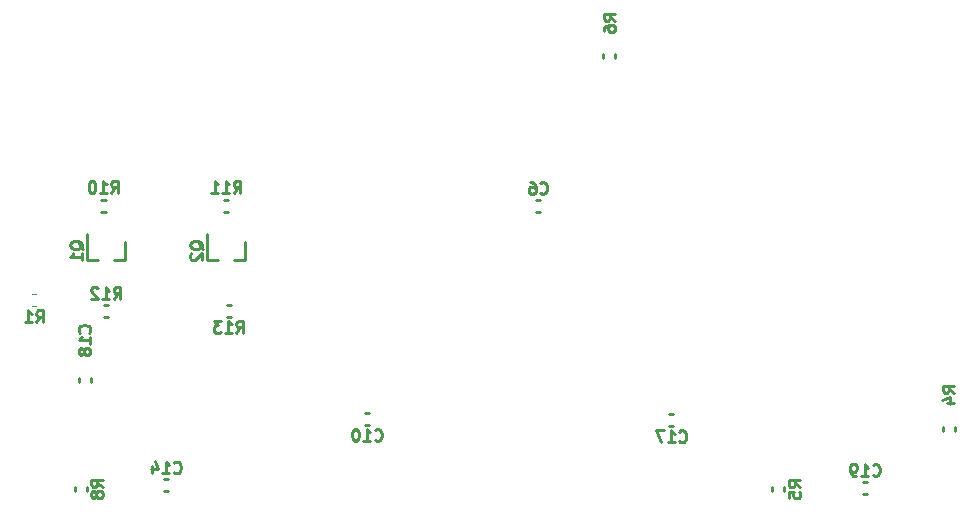
<source format=gbr>
G04 #@! TF.GenerationSoftware,KiCad,Pcbnew,(5.1.5)-3*
G04 #@! TF.CreationDate,2021-01-23T10:44:03+01:00*
G04 #@! TF.ProjectId,PONG_Display,504f4e47-5f44-4697-9370-6c61792e6b69,rev?*
G04 #@! TF.SameCoordinates,Original*
G04 #@! TF.FileFunction,Legend,Bot*
G04 #@! TF.FilePolarity,Positive*
%FSLAX46Y46*%
G04 Gerber Fmt 4.6, Leading zero omitted, Abs format (unit mm)*
G04 Created by KiCad (PCBNEW (5.1.5)-3) date 2021-01-23 10:44:03*
%MOMM*%
%LPD*%
G04 APERTURE LIST*
%ADD10C,0.220000*%
%ADD11C,0.120000*%
%ADD12C,0.250000*%
G04 APERTURE END LIST*
D10*
X35388733Y-47750000D02*
X35731267Y-47750000D01*
X35388733Y-48770000D02*
X35731267Y-48770000D01*
X26980000Y-52830000D02*
X26980000Y-51370000D01*
X23820000Y-52830000D02*
X23820000Y-50670000D01*
X23820000Y-52830000D02*
X24750000Y-52830000D01*
X26980000Y-52830000D02*
X26050000Y-52830000D01*
X37140000Y-52830000D02*
X36210000Y-52830000D01*
X33980000Y-52830000D02*
X34910000Y-52830000D01*
X33980000Y-52830000D02*
X33980000Y-50670000D01*
X37140000Y-52830000D02*
X37140000Y-51370000D01*
X62147267Y-48770000D02*
X61804733Y-48770000D01*
X62147267Y-47750000D02*
X61804733Y-47750000D01*
X47326733Y-65784000D02*
X47669267Y-65784000D01*
X47326733Y-66804000D02*
X47669267Y-66804000D01*
X30308733Y-71372000D02*
X30651267Y-71372000D01*
X30308733Y-72392000D02*
X30651267Y-72392000D01*
X73093733Y-66931000D02*
X73436267Y-66931000D01*
X73093733Y-65911000D02*
X73436267Y-65911000D01*
X23112000Y-63163267D02*
X23112000Y-62820733D01*
X24132000Y-63163267D02*
X24132000Y-62820733D01*
X89819267Y-71626000D02*
X89476733Y-71626000D01*
X89819267Y-72646000D02*
X89476733Y-72646000D01*
X97284000Y-67011733D02*
X97284000Y-67354267D01*
X96264000Y-67011733D02*
X96264000Y-67354267D01*
X82806000Y-72434267D02*
X82806000Y-72091733D01*
X81786000Y-72434267D02*
X81786000Y-72091733D01*
X68455000Y-35388733D02*
X68455000Y-35731267D01*
X67435000Y-35388733D02*
X67435000Y-35731267D01*
X23751000Y-72403267D02*
X23751000Y-72060733D01*
X22731000Y-72403267D02*
X22731000Y-72060733D01*
X25011233Y-48770000D02*
X25353767Y-48770000D01*
X25011233Y-47750000D02*
X25353767Y-47750000D01*
X25571267Y-56640000D02*
X25228733Y-56640000D01*
X25571267Y-57660000D02*
X25228733Y-57660000D01*
X35606233Y-57660000D02*
X35948767Y-57660000D01*
X35606233Y-56640000D02*
X35948767Y-56640000D01*
D11*
X19132733Y-56771000D02*
X19475267Y-56771000D01*
X19132733Y-55751000D02*
X19475267Y-55751000D01*
D12*
X36202857Y-47188380D02*
X36536190Y-46712190D01*
X36774285Y-47188380D02*
X36774285Y-46188380D01*
X36393333Y-46188380D01*
X36298095Y-46236000D01*
X36250476Y-46283619D01*
X36202857Y-46378857D01*
X36202857Y-46521714D01*
X36250476Y-46616952D01*
X36298095Y-46664571D01*
X36393333Y-46712190D01*
X36774285Y-46712190D01*
X35250476Y-47188380D02*
X35821904Y-47188380D01*
X35536190Y-47188380D02*
X35536190Y-46188380D01*
X35631428Y-46331238D01*
X35726666Y-46426476D01*
X35821904Y-46474095D01*
X34298095Y-47188380D02*
X34869523Y-47188380D01*
X34583809Y-47188380D02*
X34583809Y-46188380D01*
X34679047Y-46331238D01*
X34774285Y-46426476D01*
X34869523Y-46474095D01*
X23447619Y-51974761D02*
X23400000Y-51879523D01*
X23304761Y-51784285D01*
X23161904Y-51641428D01*
X23114285Y-51546190D01*
X23114285Y-51450952D01*
X23352380Y-51498571D02*
X23304761Y-51403333D01*
X23209523Y-51308095D01*
X23019047Y-51260476D01*
X22685714Y-51260476D01*
X22495238Y-51308095D01*
X22400000Y-51403333D01*
X22352380Y-51498571D01*
X22352380Y-51689047D01*
X22400000Y-51784285D01*
X22495238Y-51879523D01*
X22685714Y-51927142D01*
X23019047Y-51927142D01*
X23209523Y-51879523D01*
X23304761Y-51784285D01*
X23352380Y-51689047D01*
X23352380Y-51498571D01*
X23352380Y-52879523D02*
X23352380Y-52308095D01*
X23352380Y-52593809D02*
X22352380Y-52593809D01*
X22495238Y-52498571D01*
X22590476Y-52403333D01*
X22638095Y-52308095D01*
X33607619Y-51974761D02*
X33560000Y-51879523D01*
X33464761Y-51784285D01*
X33321904Y-51641428D01*
X33274285Y-51546190D01*
X33274285Y-51450952D01*
X33512380Y-51498571D02*
X33464761Y-51403333D01*
X33369523Y-51308095D01*
X33179047Y-51260476D01*
X32845714Y-51260476D01*
X32655238Y-51308095D01*
X32560000Y-51403333D01*
X32512380Y-51498571D01*
X32512380Y-51689047D01*
X32560000Y-51784285D01*
X32655238Y-51879523D01*
X32845714Y-51927142D01*
X33179047Y-51927142D01*
X33369523Y-51879523D01*
X33464761Y-51784285D01*
X33512380Y-51689047D01*
X33512380Y-51498571D01*
X32607619Y-52308095D02*
X32560000Y-52355714D01*
X32512380Y-52450952D01*
X32512380Y-52689047D01*
X32560000Y-52784285D01*
X32607619Y-52831904D01*
X32702857Y-52879523D01*
X32798095Y-52879523D01*
X32940952Y-52831904D01*
X33512380Y-52260476D01*
X33512380Y-52879523D01*
X62142666Y-47187142D02*
X62190285Y-47234761D01*
X62333142Y-47282380D01*
X62428380Y-47282380D01*
X62571238Y-47234761D01*
X62666476Y-47139523D01*
X62714095Y-47044285D01*
X62761714Y-46853809D01*
X62761714Y-46710952D01*
X62714095Y-46520476D01*
X62666476Y-46425238D01*
X62571238Y-46330000D01*
X62428380Y-46282380D01*
X62333142Y-46282380D01*
X62190285Y-46330000D01*
X62142666Y-46377619D01*
X61285523Y-46282380D02*
X61476000Y-46282380D01*
X61571238Y-46330000D01*
X61618857Y-46377619D01*
X61714095Y-46520476D01*
X61761714Y-46710952D01*
X61761714Y-47091904D01*
X61714095Y-47187142D01*
X61666476Y-47234761D01*
X61571238Y-47282380D01*
X61380761Y-47282380D01*
X61285523Y-47234761D01*
X61237904Y-47187142D01*
X61190285Y-47091904D01*
X61190285Y-46853809D01*
X61237904Y-46758571D01*
X61285523Y-46710952D01*
X61380761Y-46663333D01*
X61571238Y-46663333D01*
X61666476Y-46710952D01*
X61714095Y-46758571D01*
X61761714Y-46853809D01*
X48140857Y-68081142D02*
X48188476Y-68128761D01*
X48331333Y-68176380D01*
X48426571Y-68176380D01*
X48569428Y-68128761D01*
X48664666Y-68033523D01*
X48712285Y-67938285D01*
X48759904Y-67747809D01*
X48759904Y-67604952D01*
X48712285Y-67414476D01*
X48664666Y-67319238D01*
X48569428Y-67224000D01*
X48426571Y-67176380D01*
X48331333Y-67176380D01*
X48188476Y-67224000D01*
X48140857Y-67271619D01*
X47188476Y-68176380D02*
X47759904Y-68176380D01*
X47474190Y-68176380D02*
X47474190Y-67176380D01*
X47569428Y-67319238D01*
X47664666Y-67414476D01*
X47759904Y-67462095D01*
X46569428Y-67176380D02*
X46474190Y-67176380D01*
X46378952Y-67224000D01*
X46331333Y-67271619D01*
X46283714Y-67366857D01*
X46236095Y-67557333D01*
X46236095Y-67795428D01*
X46283714Y-67985904D01*
X46331333Y-68081142D01*
X46378952Y-68128761D01*
X46474190Y-68176380D01*
X46569428Y-68176380D01*
X46664666Y-68128761D01*
X46712285Y-68081142D01*
X46759904Y-67985904D01*
X46807523Y-67795428D01*
X46807523Y-67557333D01*
X46759904Y-67366857D01*
X46712285Y-67271619D01*
X46664666Y-67224000D01*
X46569428Y-67176380D01*
X31122857Y-70842142D02*
X31170476Y-70889761D01*
X31313333Y-70937380D01*
X31408571Y-70937380D01*
X31551428Y-70889761D01*
X31646666Y-70794523D01*
X31694285Y-70699285D01*
X31741904Y-70508809D01*
X31741904Y-70365952D01*
X31694285Y-70175476D01*
X31646666Y-70080238D01*
X31551428Y-69985000D01*
X31408571Y-69937380D01*
X31313333Y-69937380D01*
X31170476Y-69985000D01*
X31122857Y-70032619D01*
X30170476Y-70937380D02*
X30741904Y-70937380D01*
X30456190Y-70937380D02*
X30456190Y-69937380D01*
X30551428Y-70080238D01*
X30646666Y-70175476D01*
X30741904Y-70223095D01*
X29313333Y-70270714D02*
X29313333Y-70937380D01*
X29551428Y-69889761D02*
X29789523Y-70604047D01*
X29170476Y-70604047D01*
X73907857Y-68208142D02*
X73955476Y-68255761D01*
X74098333Y-68303380D01*
X74193571Y-68303380D01*
X74336428Y-68255761D01*
X74431666Y-68160523D01*
X74479285Y-68065285D01*
X74526904Y-67874809D01*
X74526904Y-67731952D01*
X74479285Y-67541476D01*
X74431666Y-67446238D01*
X74336428Y-67351000D01*
X74193571Y-67303380D01*
X74098333Y-67303380D01*
X73955476Y-67351000D01*
X73907857Y-67398619D01*
X72955476Y-68303380D02*
X73526904Y-68303380D01*
X73241190Y-68303380D02*
X73241190Y-67303380D01*
X73336428Y-67446238D01*
X73431666Y-67541476D01*
X73526904Y-67589095D01*
X72622142Y-67303380D02*
X71955476Y-67303380D01*
X72384047Y-68303380D01*
X23969142Y-59009142D02*
X24016761Y-58961523D01*
X24064380Y-58818666D01*
X24064380Y-58723428D01*
X24016761Y-58580571D01*
X23921523Y-58485333D01*
X23826285Y-58437714D01*
X23635809Y-58390095D01*
X23492952Y-58390095D01*
X23302476Y-58437714D01*
X23207238Y-58485333D01*
X23112000Y-58580571D01*
X23064380Y-58723428D01*
X23064380Y-58818666D01*
X23112000Y-58961523D01*
X23159619Y-59009142D01*
X24064380Y-59961523D02*
X24064380Y-59390095D01*
X24064380Y-59675809D02*
X23064380Y-59675809D01*
X23207238Y-59580571D01*
X23302476Y-59485333D01*
X23350095Y-59390095D01*
X23492952Y-60532952D02*
X23445333Y-60437714D01*
X23397714Y-60390095D01*
X23302476Y-60342476D01*
X23254857Y-60342476D01*
X23159619Y-60390095D01*
X23112000Y-60437714D01*
X23064380Y-60532952D01*
X23064380Y-60723428D01*
X23112000Y-60818666D01*
X23159619Y-60866285D01*
X23254857Y-60913904D01*
X23302476Y-60913904D01*
X23397714Y-60866285D01*
X23445333Y-60818666D01*
X23492952Y-60723428D01*
X23492952Y-60532952D01*
X23540571Y-60437714D01*
X23588190Y-60390095D01*
X23683428Y-60342476D01*
X23873904Y-60342476D01*
X23969142Y-60390095D01*
X24016761Y-60437714D01*
X24064380Y-60532952D01*
X24064380Y-60723428D01*
X24016761Y-60818666D01*
X23969142Y-60866285D01*
X23873904Y-60913904D01*
X23683428Y-60913904D01*
X23588190Y-60866285D01*
X23540571Y-60818666D01*
X23492952Y-60723428D01*
X90290857Y-71063142D02*
X90338476Y-71110761D01*
X90481333Y-71158380D01*
X90576571Y-71158380D01*
X90719428Y-71110761D01*
X90814666Y-71015523D01*
X90862285Y-70920285D01*
X90909904Y-70729809D01*
X90909904Y-70586952D01*
X90862285Y-70396476D01*
X90814666Y-70301238D01*
X90719428Y-70206000D01*
X90576571Y-70158380D01*
X90481333Y-70158380D01*
X90338476Y-70206000D01*
X90290857Y-70253619D01*
X89338476Y-71158380D02*
X89909904Y-71158380D01*
X89624190Y-71158380D02*
X89624190Y-70158380D01*
X89719428Y-70301238D01*
X89814666Y-70396476D01*
X89909904Y-70444095D01*
X88862285Y-71158380D02*
X88671809Y-71158380D01*
X88576571Y-71110761D01*
X88528952Y-71063142D01*
X88433714Y-70920285D01*
X88386095Y-70729809D01*
X88386095Y-70348857D01*
X88433714Y-70253619D01*
X88481333Y-70206000D01*
X88576571Y-70158380D01*
X88767047Y-70158380D01*
X88862285Y-70206000D01*
X88909904Y-70253619D01*
X88957523Y-70348857D01*
X88957523Y-70586952D01*
X88909904Y-70682190D01*
X88862285Y-70729809D01*
X88767047Y-70777428D01*
X88576571Y-70777428D01*
X88481333Y-70729809D01*
X88433714Y-70682190D01*
X88386095Y-70586952D01*
X97226380Y-64095333D02*
X96750190Y-63762000D01*
X97226380Y-63523904D02*
X96226380Y-63523904D01*
X96226380Y-63904857D01*
X96274000Y-64000095D01*
X96321619Y-64047714D01*
X96416857Y-64095333D01*
X96559714Y-64095333D01*
X96654952Y-64047714D01*
X96702571Y-64000095D01*
X96750190Y-63904857D01*
X96750190Y-63523904D01*
X96559714Y-64952476D02*
X97226380Y-64952476D01*
X96178761Y-64714380D02*
X96893047Y-64476285D01*
X96893047Y-65095333D01*
X84178380Y-72096333D02*
X83702190Y-71763000D01*
X84178380Y-71524904D02*
X83178380Y-71524904D01*
X83178380Y-71905857D01*
X83226000Y-72001095D01*
X83273619Y-72048714D01*
X83368857Y-72096333D01*
X83511714Y-72096333D01*
X83606952Y-72048714D01*
X83654571Y-72001095D01*
X83702190Y-71905857D01*
X83702190Y-71524904D01*
X83178380Y-73001095D02*
X83178380Y-72524904D01*
X83654571Y-72477285D01*
X83606952Y-72524904D01*
X83559333Y-72620142D01*
X83559333Y-72858238D01*
X83606952Y-72953476D01*
X83654571Y-73001095D01*
X83749809Y-73048714D01*
X83987904Y-73048714D01*
X84083142Y-73001095D01*
X84130761Y-72953476D01*
X84178380Y-72858238D01*
X84178380Y-72620142D01*
X84130761Y-72524904D01*
X84083142Y-72477285D01*
X68524380Y-32599333D02*
X68048190Y-32266000D01*
X68524380Y-32027904D02*
X67524380Y-32027904D01*
X67524380Y-32408857D01*
X67572000Y-32504095D01*
X67619619Y-32551714D01*
X67714857Y-32599333D01*
X67857714Y-32599333D01*
X67952952Y-32551714D01*
X68000571Y-32504095D01*
X68048190Y-32408857D01*
X68048190Y-32027904D01*
X67524380Y-33456476D02*
X67524380Y-33266000D01*
X67572000Y-33170761D01*
X67619619Y-33123142D01*
X67762476Y-33027904D01*
X67952952Y-32980285D01*
X68333904Y-32980285D01*
X68429142Y-33027904D01*
X68476761Y-33075523D01*
X68524380Y-33170761D01*
X68524380Y-33361238D01*
X68476761Y-33456476D01*
X68429142Y-33504095D01*
X68333904Y-33551714D01*
X68095809Y-33551714D01*
X68000571Y-33504095D01*
X67952952Y-33456476D01*
X67905333Y-33361238D01*
X67905333Y-33170761D01*
X67952952Y-33075523D01*
X68000571Y-33027904D01*
X68095809Y-32980285D01*
X25123380Y-72065333D02*
X24647190Y-71732000D01*
X25123380Y-71493904D02*
X24123380Y-71493904D01*
X24123380Y-71874857D01*
X24171000Y-71970095D01*
X24218619Y-72017714D01*
X24313857Y-72065333D01*
X24456714Y-72065333D01*
X24551952Y-72017714D01*
X24599571Y-71970095D01*
X24647190Y-71874857D01*
X24647190Y-71493904D01*
X24551952Y-72636761D02*
X24504333Y-72541523D01*
X24456714Y-72493904D01*
X24361476Y-72446285D01*
X24313857Y-72446285D01*
X24218619Y-72493904D01*
X24171000Y-72541523D01*
X24123380Y-72636761D01*
X24123380Y-72827238D01*
X24171000Y-72922476D01*
X24218619Y-72970095D01*
X24313857Y-73017714D01*
X24361476Y-73017714D01*
X24456714Y-72970095D01*
X24504333Y-72922476D01*
X24551952Y-72827238D01*
X24551952Y-72636761D01*
X24599571Y-72541523D01*
X24647190Y-72493904D01*
X24742428Y-72446285D01*
X24932904Y-72446285D01*
X25028142Y-72493904D01*
X25075761Y-72541523D01*
X25123380Y-72636761D01*
X25123380Y-72827238D01*
X25075761Y-72922476D01*
X25028142Y-72970095D01*
X24932904Y-73017714D01*
X24742428Y-73017714D01*
X24647190Y-72970095D01*
X24599571Y-72922476D01*
X24551952Y-72827238D01*
X25825357Y-47188380D02*
X26158690Y-46712190D01*
X26396785Y-47188380D02*
X26396785Y-46188380D01*
X26015833Y-46188380D01*
X25920595Y-46236000D01*
X25872976Y-46283619D01*
X25825357Y-46378857D01*
X25825357Y-46521714D01*
X25872976Y-46616952D01*
X25920595Y-46664571D01*
X26015833Y-46712190D01*
X26396785Y-46712190D01*
X24872976Y-47188380D02*
X25444404Y-47188380D01*
X25158690Y-47188380D02*
X25158690Y-46188380D01*
X25253928Y-46331238D01*
X25349166Y-46426476D01*
X25444404Y-46474095D01*
X24253928Y-46188380D02*
X24158690Y-46188380D01*
X24063452Y-46236000D01*
X24015833Y-46283619D01*
X23968214Y-46378857D01*
X23920595Y-46569333D01*
X23920595Y-46807428D01*
X23968214Y-46997904D01*
X24015833Y-47093142D01*
X24063452Y-47140761D01*
X24158690Y-47188380D01*
X24253928Y-47188380D01*
X24349166Y-47140761D01*
X24396785Y-47093142D01*
X24444404Y-46997904D01*
X24492023Y-46807428D01*
X24492023Y-46569333D01*
X24444404Y-46378857D01*
X24396785Y-46283619D01*
X24349166Y-46236000D01*
X24253928Y-46188380D01*
X26042857Y-56172380D02*
X26376190Y-55696190D01*
X26614285Y-56172380D02*
X26614285Y-55172380D01*
X26233333Y-55172380D01*
X26138095Y-55220000D01*
X26090476Y-55267619D01*
X26042857Y-55362857D01*
X26042857Y-55505714D01*
X26090476Y-55600952D01*
X26138095Y-55648571D01*
X26233333Y-55696190D01*
X26614285Y-55696190D01*
X25090476Y-56172380D02*
X25661904Y-56172380D01*
X25376190Y-56172380D02*
X25376190Y-55172380D01*
X25471428Y-55315238D01*
X25566666Y-55410476D01*
X25661904Y-55458095D01*
X24709523Y-55267619D02*
X24661904Y-55220000D01*
X24566666Y-55172380D01*
X24328571Y-55172380D01*
X24233333Y-55220000D01*
X24185714Y-55267619D01*
X24138095Y-55362857D01*
X24138095Y-55458095D01*
X24185714Y-55600952D01*
X24757142Y-56172380D01*
X24138095Y-56172380D01*
X36420357Y-59032380D02*
X36753690Y-58556190D01*
X36991785Y-59032380D02*
X36991785Y-58032380D01*
X36610833Y-58032380D01*
X36515595Y-58080000D01*
X36467976Y-58127619D01*
X36420357Y-58222857D01*
X36420357Y-58365714D01*
X36467976Y-58460952D01*
X36515595Y-58508571D01*
X36610833Y-58556190D01*
X36991785Y-58556190D01*
X35467976Y-59032380D02*
X36039404Y-59032380D01*
X35753690Y-59032380D02*
X35753690Y-58032380D01*
X35848928Y-58175238D01*
X35944166Y-58270476D01*
X36039404Y-58318095D01*
X35134642Y-58032380D02*
X34515595Y-58032380D01*
X34848928Y-58413333D01*
X34706071Y-58413333D01*
X34610833Y-58460952D01*
X34563214Y-58508571D01*
X34515595Y-58603809D01*
X34515595Y-58841904D01*
X34563214Y-58937142D01*
X34610833Y-58984761D01*
X34706071Y-59032380D01*
X34991785Y-59032380D01*
X35087023Y-58984761D01*
X35134642Y-58937142D01*
X19470666Y-58143380D02*
X19804000Y-57667190D01*
X20042095Y-58143380D02*
X20042095Y-57143380D01*
X19661142Y-57143380D01*
X19565904Y-57191000D01*
X19518285Y-57238619D01*
X19470666Y-57333857D01*
X19470666Y-57476714D01*
X19518285Y-57571952D01*
X19565904Y-57619571D01*
X19661142Y-57667190D01*
X20042095Y-57667190D01*
X18518285Y-58143380D02*
X19089714Y-58143380D01*
X18804000Y-58143380D02*
X18804000Y-57143380D01*
X18899238Y-57286238D01*
X18994476Y-57381476D01*
X19089714Y-57429095D01*
M02*

</source>
